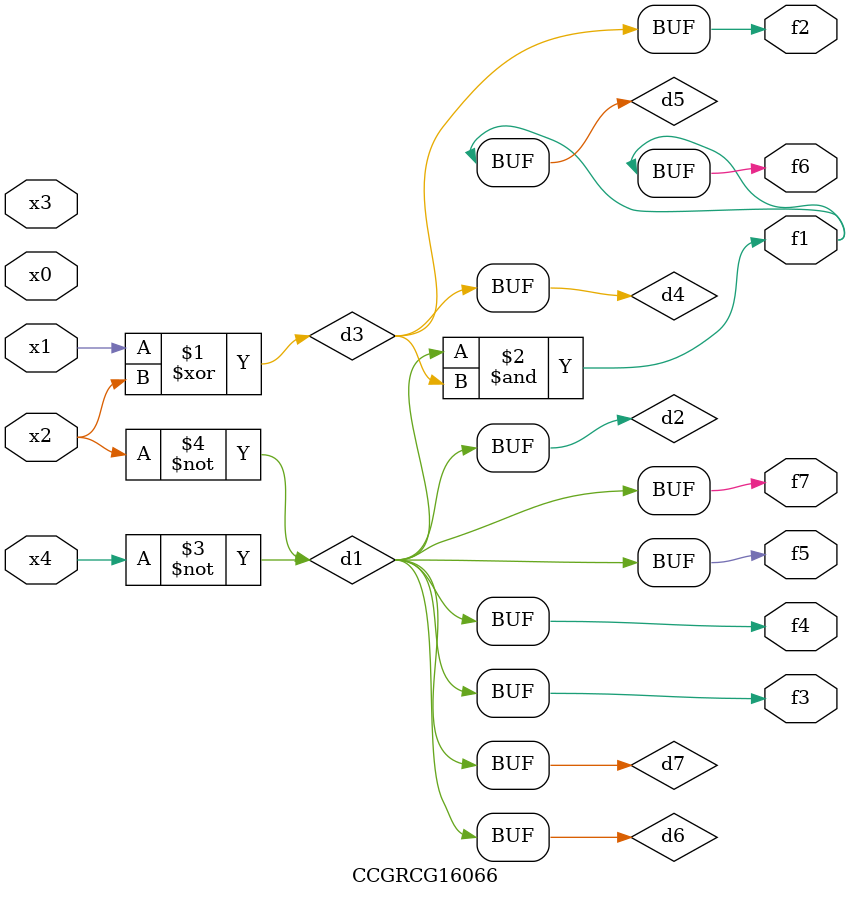
<source format=v>
module CCGRCG16066(
	input x0, x1, x2, x3, x4,
	output f1, f2, f3, f4, f5, f6, f7
);

	wire d1, d2, d3, d4, d5, d6, d7;

	not (d1, x4);
	not (d2, x2);
	xor (d3, x1, x2);
	buf (d4, d3);
	and (d5, d1, d3);
	buf (d6, d1, d2);
	buf (d7, d2);
	assign f1 = d5;
	assign f2 = d4;
	assign f3 = d7;
	assign f4 = d7;
	assign f5 = d7;
	assign f6 = d5;
	assign f7 = d7;
endmodule

</source>
